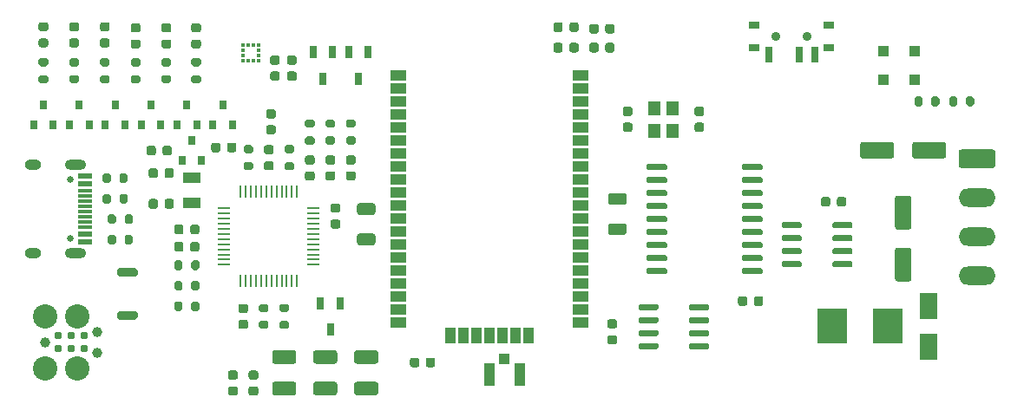
<source format=gbr>
%TF.GenerationSoftware,KiCad,Pcbnew,(5.1.10-1-10_14)*%
%TF.CreationDate,2021-07-19T22:49:48+10:00*%
%TF.ProjectId,samd21_gps_tracker,73616d64-3231-45f6-9770-735f74726163,rev?*%
%TF.SameCoordinates,Original*%
%TF.FileFunction,Soldermask,Bot*%
%TF.FilePolarity,Negative*%
%FSLAX46Y46*%
G04 Gerber Fmt 4.6, Leading zero omitted, Abs format (unit mm)*
G04 Created by KiCad (PCBNEW (5.1.10-1-10_14)) date 2021-07-19 22:49:48*
%MOMM*%
%LPD*%
G01*
G04 APERTURE LIST*
%ADD10R,1.450000X0.600000*%
%ADD11R,1.450000X0.300000*%
%ADD12O,2.100000X1.000000*%
%ADD13C,0.650000*%
%ADD14O,1.600000X1.000000*%
%ADD15R,1.524000X1.016000*%
%ADD16R,1.016000X1.524000*%
%ADD17R,1.050000X1.100000*%
%ADD18R,1.100000X2.250000*%
%ADD19R,1.800000X2.500000*%
%ADD20R,1.100000X1.100000*%
%ADD21C,2.374900*%
%ADD22C,0.990600*%
%ADD23C,0.787400*%
%ADD24O,3.600000X1.800000*%
%ADD25R,2.950000X3.500000*%
%ADD26R,0.800000X0.900000*%
%ADD27R,0.650000X1.220000*%
%ADD28C,0.900000*%
%ADD29R,0.700000X1.500000*%
%ADD30R,1.000000X0.800000*%
%ADD31R,0.250000X1.300000*%
%ADD32R,1.300000X0.250000*%
%ADD33R,0.375000X0.350000*%
%ADD34R,0.350000X0.375000*%
%ADD35R,1.800000X1.000000*%
%ADD36R,1.200000X1.400000*%
G04 APERTURE END LIST*
D10*
%TO.C,J5*%
X145545000Y-53250000D03*
X145545000Y-54050000D03*
X145545000Y-58950000D03*
X145545000Y-59750000D03*
X145545000Y-59750000D03*
X145545000Y-58950000D03*
X145545000Y-54050000D03*
X145545000Y-53250000D03*
D11*
X145545000Y-58250000D03*
X145545000Y-57750000D03*
X145545000Y-57250000D03*
X145545000Y-56250000D03*
X145545000Y-55750000D03*
X145545000Y-55250000D03*
X145545000Y-54750000D03*
X145545000Y-56750000D03*
D12*
X144630000Y-52180000D03*
X144630000Y-60820000D03*
D13*
X144100000Y-59390000D03*
D14*
X140450000Y-60820000D03*
D13*
X144100000Y-53610000D03*
D14*
X140450000Y-52180000D03*
%TD*%
D15*
%TO.C,U5*%
X176110000Y-43435000D03*
X176110000Y-44705000D03*
X176110000Y-45975000D03*
X176110000Y-47245000D03*
X176110000Y-48515000D03*
X176110000Y-49785000D03*
X176110000Y-51055000D03*
X176110000Y-52325000D03*
X176110000Y-53595000D03*
X176110000Y-54865000D03*
X176110000Y-56135000D03*
X176110000Y-57405000D03*
X176110000Y-58675000D03*
X176110000Y-59945000D03*
X176110000Y-61215000D03*
X176110000Y-62485000D03*
X176110000Y-63755000D03*
X176110000Y-65025000D03*
X176110000Y-66295000D03*
X176110000Y-67565000D03*
D16*
X181190000Y-68835000D03*
X182460000Y-68835000D03*
X183730000Y-68835000D03*
X185000000Y-68835000D03*
X186270000Y-68835000D03*
X187540000Y-68835000D03*
X188810000Y-68835000D03*
D15*
X193890000Y-67565000D03*
X193890000Y-66295000D03*
X193890000Y-65025000D03*
X193890000Y-63755000D03*
X193890000Y-62485000D03*
X193890000Y-61215000D03*
X193890000Y-59945000D03*
X193890000Y-58675000D03*
X193890000Y-57405000D03*
X193890000Y-56135000D03*
X193890000Y-54865000D03*
X193890000Y-53595000D03*
X193890000Y-52325000D03*
X193890000Y-51055000D03*
X193890000Y-49785000D03*
X193890000Y-48515000D03*
X193890000Y-47245000D03*
X193890000Y-45975000D03*
X193890000Y-44705000D03*
X193890000Y-43435000D03*
%TD*%
D17*
%TO.C,J3*%
X186500000Y-71150000D03*
D18*
X187975000Y-72700000D03*
X185025000Y-72700000D03*
%TD*%
%TO.C,C1*%
G36*
G01*
X151775000Y-56250000D02*
X151775000Y-55750000D01*
G75*
G02*
X152000000Y-55525000I225000J0D01*
G01*
X152450000Y-55525000D01*
G75*
G02*
X152675000Y-55750000I0J-225000D01*
G01*
X152675000Y-56250000D01*
G75*
G02*
X152450000Y-56475000I-225000J0D01*
G01*
X152000000Y-56475000D01*
G75*
G02*
X151775000Y-56250000I0J225000D01*
G01*
G37*
G36*
G01*
X153325000Y-56250000D02*
X153325000Y-55750000D01*
G75*
G02*
X153550000Y-55525000I225000J0D01*
G01*
X154000000Y-55525000D01*
G75*
G02*
X154225000Y-55750000I0J-225000D01*
G01*
X154225000Y-56250000D01*
G75*
G02*
X154000000Y-56475000I-225000J0D01*
G01*
X153550000Y-56475000D01*
G75*
G02*
X153325000Y-56250000I0J225000D01*
G01*
G37*
%TD*%
%TO.C,C2*%
G36*
G01*
X152675000Y-52750000D02*
X152675000Y-53250000D01*
G75*
G02*
X152450000Y-53475000I-225000J0D01*
G01*
X152000000Y-53475000D01*
G75*
G02*
X151775000Y-53250000I0J225000D01*
G01*
X151775000Y-52750000D01*
G75*
G02*
X152000000Y-52525000I225000J0D01*
G01*
X152450000Y-52525000D01*
G75*
G02*
X152675000Y-52750000I0J-225000D01*
G01*
G37*
G36*
G01*
X154225000Y-52750000D02*
X154225000Y-53250000D01*
G75*
G02*
X154000000Y-53475000I-225000J0D01*
G01*
X153550000Y-53475000D01*
G75*
G02*
X153325000Y-53250000I0J225000D01*
G01*
X153325000Y-52750000D01*
G75*
G02*
X153550000Y-52525000I225000J0D01*
G01*
X154000000Y-52525000D01*
G75*
G02*
X154225000Y-52750000I0J-225000D01*
G01*
G37*
%TD*%
%TO.C,C3*%
G36*
G01*
X155175000Y-58250000D02*
X155175000Y-58750000D01*
G75*
G02*
X154950000Y-58975000I-225000J0D01*
G01*
X154500000Y-58975000D01*
G75*
G02*
X154275000Y-58750000I0J225000D01*
G01*
X154275000Y-58250000D01*
G75*
G02*
X154500000Y-58025000I225000J0D01*
G01*
X154950000Y-58025000D01*
G75*
G02*
X155175000Y-58250000I0J-225000D01*
G01*
G37*
G36*
G01*
X156725000Y-58250000D02*
X156725000Y-58750000D01*
G75*
G02*
X156500000Y-58975000I-225000J0D01*
G01*
X156050000Y-58975000D01*
G75*
G02*
X155825000Y-58750000I0J225000D01*
G01*
X155825000Y-58250000D01*
G75*
G02*
X156050000Y-58025000I225000J0D01*
G01*
X156500000Y-58025000D01*
G75*
G02*
X156725000Y-58250000I0J-225000D01*
G01*
G37*
%TD*%
%TO.C,C4*%
G36*
G01*
X155175000Y-59950000D02*
X155175000Y-60450000D01*
G75*
G02*
X154950000Y-60675000I-225000J0D01*
G01*
X154500000Y-60675000D01*
G75*
G02*
X154275000Y-60450000I0J225000D01*
G01*
X154275000Y-59950000D01*
G75*
G02*
X154500000Y-59725000I225000J0D01*
G01*
X154950000Y-59725000D01*
G75*
G02*
X155175000Y-59950000I0J-225000D01*
G01*
G37*
G36*
G01*
X156725000Y-59950000D02*
X156725000Y-60450000D01*
G75*
G02*
X156500000Y-60675000I-225000J0D01*
G01*
X156050000Y-60675000D01*
G75*
G02*
X155825000Y-60450000I0J225000D01*
G01*
X155825000Y-59950000D01*
G75*
G02*
X156050000Y-59725000I225000J0D01*
G01*
X156500000Y-59725000D01*
G75*
G02*
X156725000Y-59950000I0J-225000D01*
G01*
G37*
%TD*%
%TO.C,C5*%
G36*
G01*
X218275000Y-55550000D02*
X218275000Y-56050000D01*
G75*
G02*
X218050000Y-56275000I-225000J0D01*
G01*
X217600000Y-56275000D01*
G75*
G02*
X217375000Y-56050000I0J225000D01*
G01*
X217375000Y-55550000D01*
G75*
G02*
X217600000Y-55325000I225000J0D01*
G01*
X218050000Y-55325000D01*
G75*
G02*
X218275000Y-55550000I0J-225000D01*
G01*
G37*
G36*
G01*
X219825000Y-55550000D02*
X219825000Y-56050000D01*
G75*
G02*
X219600000Y-56275000I-225000J0D01*
G01*
X219150000Y-56275000D01*
G75*
G02*
X218925000Y-56050000I0J225000D01*
G01*
X218925000Y-55550000D01*
G75*
G02*
X219150000Y-55325000I225000J0D01*
G01*
X219600000Y-55325000D01*
G75*
G02*
X219825000Y-55550000I0J-225000D01*
G01*
G37*
%TD*%
%TO.C,C6*%
G36*
G01*
X224505000Y-50220000D02*
X224505000Y-51320000D01*
G75*
G02*
X224255000Y-51570000I-250000J0D01*
G01*
X221430000Y-51570000D01*
G75*
G02*
X221180000Y-51320000I0J250000D01*
G01*
X221180000Y-50220000D01*
G75*
G02*
X221430000Y-49970000I250000J0D01*
G01*
X224255000Y-49970000D01*
G75*
G02*
X224505000Y-50220000I0J-250000D01*
G01*
G37*
G36*
G01*
X229580000Y-50220000D02*
X229580000Y-51320000D01*
G75*
G02*
X229330000Y-51570000I-250000J0D01*
G01*
X226505000Y-51570000D01*
G75*
G02*
X226255000Y-51320000I0J250000D01*
G01*
X226255000Y-50220000D01*
G75*
G02*
X226505000Y-49970000I250000J0D01*
G01*
X229330000Y-49970000D01*
G75*
G02*
X229580000Y-50220000I0J-250000D01*
G01*
G37*
%TD*%
%TO.C,C7*%
G36*
G01*
X225950000Y-63600000D02*
X224850000Y-63600000D01*
G75*
G02*
X224600000Y-63350000I0J250000D01*
G01*
X224600000Y-60525000D01*
G75*
G02*
X224850000Y-60275000I250000J0D01*
G01*
X225950000Y-60275000D01*
G75*
G02*
X226200000Y-60525000I0J-250000D01*
G01*
X226200000Y-63350000D01*
G75*
G02*
X225950000Y-63600000I-250000J0D01*
G01*
G37*
G36*
G01*
X225950000Y-58525000D02*
X224850000Y-58525000D01*
G75*
G02*
X224600000Y-58275000I0J250000D01*
G01*
X224600000Y-55450000D01*
G75*
G02*
X224850000Y-55200000I250000J0D01*
G01*
X225950000Y-55200000D01*
G75*
G02*
X226200000Y-55450000I0J-250000D01*
G01*
X226200000Y-58275000D01*
G75*
G02*
X225950000Y-58525000I-250000J0D01*
G01*
G37*
%TD*%
%TO.C,C8*%
G36*
G01*
X160750000Y-67325000D02*
X161250000Y-67325000D01*
G75*
G02*
X161475000Y-67550000I0J-225000D01*
G01*
X161475000Y-68000000D01*
G75*
G02*
X161250000Y-68225000I-225000J0D01*
G01*
X160750000Y-68225000D01*
G75*
G02*
X160525000Y-68000000I0J225000D01*
G01*
X160525000Y-67550000D01*
G75*
G02*
X160750000Y-67325000I225000J0D01*
G01*
G37*
G36*
G01*
X160750000Y-65775000D02*
X161250000Y-65775000D01*
G75*
G02*
X161475000Y-66000000I0J-225000D01*
G01*
X161475000Y-66450000D01*
G75*
G02*
X161250000Y-66675000I-225000J0D01*
G01*
X160750000Y-66675000D01*
G75*
G02*
X160525000Y-66450000I0J225000D01*
G01*
X160525000Y-66000000D01*
G75*
G02*
X160750000Y-65775000I225000J0D01*
G01*
G37*
%TD*%
%TO.C,C9*%
G36*
G01*
X163950000Y-49225000D02*
X163450000Y-49225000D01*
G75*
G02*
X163225000Y-49000000I0J225000D01*
G01*
X163225000Y-48550000D01*
G75*
G02*
X163450000Y-48325000I225000J0D01*
G01*
X163950000Y-48325000D01*
G75*
G02*
X164175000Y-48550000I0J-225000D01*
G01*
X164175000Y-49000000D01*
G75*
G02*
X163950000Y-49225000I-225000J0D01*
G01*
G37*
G36*
G01*
X163950000Y-47675000D02*
X163450000Y-47675000D01*
G75*
G02*
X163225000Y-47450000I0J225000D01*
G01*
X163225000Y-47000000D01*
G75*
G02*
X163450000Y-46775000I225000J0D01*
G01*
X163950000Y-46775000D01*
G75*
G02*
X164175000Y-47000000I0J-225000D01*
G01*
X164175000Y-47450000D01*
G75*
G02*
X163950000Y-47675000I-225000J0D01*
G01*
G37*
%TD*%
%TO.C,C10*%
G36*
G01*
X211725000Y-65250000D02*
X211725000Y-65750000D01*
G75*
G02*
X211500000Y-65975000I-225000J0D01*
G01*
X211050000Y-65975000D01*
G75*
G02*
X210825000Y-65750000I0J225000D01*
G01*
X210825000Y-65250000D01*
G75*
G02*
X211050000Y-65025000I225000J0D01*
G01*
X211500000Y-65025000D01*
G75*
G02*
X211725000Y-65250000I0J-225000D01*
G01*
G37*
G36*
G01*
X210175000Y-65250000D02*
X210175000Y-65750000D01*
G75*
G02*
X209950000Y-65975000I-225000J0D01*
G01*
X209500000Y-65975000D01*
G75*
G02*
X209275000Y-65750000I0J225000D01*
G01*
X209275000Y-65250000D01*
G75*
G02*
X209500000Y-65025000I225000J0D01*
G01*
X209950000Y-65025000D01*
G75*
G02*
X210175000Y-65250000I0J-225000D01*
G01*
G37*
%TD*%
%TO.C,C11*%
G36*
G01*
X205250000Y-46525000D02*
X205750000Y-46525000D01*
G75*
G02*
X205975000Y-46750000I0J-225000D01*
G01*
X205975000Y-47200000D01*
G75*
G02*
X205750000Y-47425000I-225000J0D01*
G01*
X205250000Y-47425000D01*
G75*
G02*
X205025000Y-47200000I0J225000D01*
G01*
X205025000Y-46750000D01*
G75*
G02*
X205250000Y-46525000I225000J0D01*
G01*
G37*
G36*
G01*
X205250000Y-48075000D02*
X205750000Y-48075000D01*
G75*
G02*
X205975000Y-48300000I0J-225000D01*
G01*
X205975000Y-48750000D01*
G75*
G02*
X205750000Y-48975000I-225000J0D01*
G01*
X205250000Y-48975000D01*
G75*
G02*
X205025000Y-48750000I0J225000D01*
G01*
X205025000Y-48300000D01*
G75*
G02*
X205250000Y-48075000I225000J0D01*
G01*
G37*
%TD*%
%TO.C,C12*%
G36*
G01*
X198750000Y-48975000D02*
X198250000Y-48975000D01*
G75*
G02*
X198025000Y-48750000I0J225000D01*
G01*
X198025000Y-48300000D01*
G75*
G02*
X198250000Y-48075000I225000J0D01*
G01*
X198750000Y-48075000D01*
G75*
G02*
X198975000Y-48300000I0J-225000D01*
G01*
X198975000Y-48750000D01*
G75*
G02*
X198750000Y-48975000I-225000J0D01*
G01*
G37*
G36*
G01*
X198750000Y-47425000D02*
X198250000Y-47425000D01*
G75*
G02*
X198025000Y-47200000I0J225000D01*
G01*
X198025000Y-46750000D01*
G75*
G02*
X198250000Y-46525000I225000J0D01*
G01*
X198750000Y-46525000D01*
G75*
G02*
X198975000Y-46750000I0J-225000D01*
G01*
X198975000Y-47200000D01*
G75*
G02*
X198750000Y-47425000I-225000J0D01*
G01*
G37*
%TD*%
%TO.C,C13*%
G36*
G01*
X173650001Y-57100000D02*
X172349999Y-57100000D01*
G75*
G02*
X172100000Y-56850001I0J249999D01*
G01*
X172100000Y-56199999D01*
G75*
G02*
X172349999Y-55950000I249999J0D01*
G01*
X173650001Y-55950000D01*
G75*
G02*
X173900000Y-56199999I0J-249999D01*
G01*
X173900000Y-56850001D01*
G75*
G02*
X173650001Y-57100000I-249999J0D01*
G01*
G37*
G36*
G01*
X173650001Y-60050000D02*
X172349999Y-60050000D01*
G75*
G02*
X172100000Y-59800001I0J249999D01*
G01*
X172100000Y-59149999D01*
G75*
G02*
X172349999Y-58900000I249999J0D01*
G01*
X173650001Y-58900000D01*
G75*
G02*
X173900000Y-59149999I0J-249999D01*
G01*
X173900000Y-59800001D01*
G75*
G02*
X173650001Y-60050000I-249999J0D01*
G01*
G37*
%TD*%
%TO.C,C14*%
G36*
G01*
X196325000Y-39150000D02*
X196325000Y-38650000D01*
G75*
G02*
X196550000Y-38425000I225000J0D01*
G01*
X197000000Y-38425000D01*
G75*
G02*
X197225000Y-38650000I0J-225000D01*
G01*
X197225000Y-39150000D01*
G75*
G02*
X197000000Y-39375000I-225000J0D01*
G01*
X196550000Y-39375000D01*
G75*
G02*
X196325000Y-39150000I0J225000D01*
G01*
G37*
G36*
G01*
X194775000Y-39150000D02*
X194775000Y-38650000D01*
G75*
G02*
X195000000Y-38425000I225000J0D01*
G01*
X195450000Y-38425000D01*
G75*
G02*
X195675000Y-38650000I0J-225000D01*
G01*
X195675000Y-39150000D01*
G75*
G02*
X195450000Y-39375000I-225000J0D01*
G01*
X195000000Y-39375000D01*
G75*
G02*
X194775000Y-39150000I0J225000D01*
G01*
G37*
%TD*%
%TO.C,C15*%
G36*
G01*
X193725000Y-38500000D02*
X193725000Y-39000000D01*
G75*
G02*
X193500000Y-39225000I-225000J0D01*
G01*
X193050000Y-39225000D01*
G75*
G02*
X192825000Y-39000000I0J225000D01*
G01*
X192825000Y-38500000D01*
G75*
G02*
X193050000Y-38275000I225000J0D01*
G01*
X193500000Y-38275000D01*
G75*
G02*
X193725000Y-38500000I0J-225000D01*
G01*
G37*
G36*
G01*
X192175000Y-38500000D02*
X192175000Y-39000000D01*
G75*
G02*
X191950000Y-39225000I-225000J0D01*
G01*
X191500000Y-39225000D01*
G75*
G02*
X191275000Y-39000000I0J225000D01*
G01*
X191275000Y-38500000D01*
G75*
G02*
X191500000Y-38275000I225000J0D01*
G01*
X191950000Y-38275000D01*
G75*
G02*
X192175000Y-38500000I0J-225000D01*
G01*
G37*
%TD*%
%TO.C,C16*%
G36*
G01*
X196750000Y-68825000D02*
X197250000Y-68825000D01*
G75*
G02*
X197475000Y-69050000I0J-225000D01*
G01*
X197475000Y-69500000D01*
G75*
G02*
X197250000Y-69725000I-225000J0D01*
G01*
X196750000Y-69725000D01*
G75*
G02*
X196525000Y-69500000I0J225000D01*
G01*
X196525000Y-69050000D01*
G75*
G02*
X196750000Y-68825000I225000J0D01*
G01*
G37*
G36*
G01*
X196750000Y-67275000D02*
X197250000Y-67275000D01*
G75*
G02*
X197475000Y-67500000I0J-225000D01*
G01*
X197475000Y-67950000D01*
G75*
G02*
X197250000Y-68175000I-225000J0D01*
G01*
X196750000Y-68175000D01*
G75*
G02*
X196525000Y-67950000I0J225000D01*
G01*
X196525000Y-67500000D01*
G75*
G02*
X196750000Y-67275000I225000J0D01*
G01*
G37*
%TD*%
%TO.C,C17*%
G36*
G01*
X198150001Y-59050000D02*
X196849999Y-59050000D01*
G75*
G02*
X196600000Y-58800001I0J249999D01*
G01*
X196600000Y-58149999D01*
G75*
G02*
X196849999Y-57900000I249999J0D01*
G01*
X198150001Y-57900000D01*
G75*
G02*
X198400000Y-58149999I0J-249999D01*
G01*
X198400000Y-58800001D01*
G75*
G02*
X198150001Y-59050000I-249999J0D01*
G01*
G37*
G36*
G01*
X198150001Y-56100000D02*
X196849999Y-56100000D01*
G75*
G02*
X196600000Y-55850001I0J249999D01*
G01*
X196600000Y-55199999D01*
G75*
G02*
X196849999Y-54950000I249999J0D01*
G01*
X198150001Y-54950000D01*
G75*
G02*
X198400000Y-55199999I0J-249999D01*
G01*
X198400000Y-55850001D01*
G75*
G02*
X198150001Y-56100000I-249999J0D01*
G01*
G37*
%TD*%
%TO.C,C18*%
G36*
G01*
X196325000Y-41000000D02*
X196325000Y-40500000D01*
G75*
G02*
X196550000Y-40275000I225000J0D01*
G01*
X197000000Y-40275000D01*
G75*
G02*
X197225000Y-40500000I0J-225000D01*
G01*
X197225000Y-41000000D01*
G75*
G02*
X197000000Y-41225000I-225000J0D01*
G01*
X196550000Y-41225000D01*
G75*
G02*
X196325000Y-41000000I0J225000D01*
G01*
G37*
G36*
G01*
X194775000Y-41000000D02*
X194775000Y-40500000D01*
G75*
G02*
X195000000Y-40275000I225000J0D01*
G01*
X195450000Y-40275000D01*
G75*
G02*
X195675000Y-40500000I0J-225000D01*
G01*
X195675000Y-41000000D01*
G75*
G02*
X195450000Y-41225000I-225000J0D01*
G01*
X195000000Y-41225000D01*
G75*
G02*
X194775000Y-41000000I0J225000D01*
G01*
G37*
%TD*%
%TO.C,C19*%
G36*
G01*
X192175000Y-40500000D02*
X192175000Y-41000000D01*
G75*
G02*
X191950000Y-41225000I-225000J0D01*
G01*
X191500000Y-41225000D01*
G75*
G02*
X191275000Y-41000000I0J225000D01*
G01*
X191275000Y-40500000D01*
G75*
G02*
X191500000Y-40275000I225000J0D01*
G01*
X191950000Y-40275000D01*
G75*
G02*
X192175000Y-40500000I0J-225000D01*
G01*
G37*
G36*
G01*
X193725000Y-40500000D02*
X193725000Y-41000000D01*
G75*
G02*
X193500000Y-41225000I-225000J0D01*
G01*
X193050000Y-41225000D01*
G75*
G02*
X192825000Y-41000000I0J225000D01*
G01*
X192825000Y-40500000D01*
G75*
G02*
X193050000Y-40275000I225000J0D01*
G01*
X193500000Y-40275000D01*
G75*
G02*
X193725000Y-40500000I0J-225000D01*
G01*
G37*
%TD*%
%TO.C,C20*%
G36*
G01*
X165500000Y-41525000D02*
X166000000Y-41525000D01*
G75*
G02*
X166225000Y-41750000I0J-225000D01*
G01*
X166225000Y-42200000D01*
G75*
G02*
X166000000Y-42425000I-225000J0D01*
G01*
X165500000Y-42425000D01*
G75*
G02*
X165275000Y-42200000I0J225000D01*
G01*
X165275000Y-41750000D01*
G75*
G02*
X165500000Y-41525000I225000J0D01*
G01*
G37*
G36*
G01*
X165500000Y-43075000D02*
X166000000Y-43075000D01*
G75*
G02*
X166225000Y-43300000I0J-225000D01*
G01*
X166225000Y-43750000D01*
G75*
G02*
X166000000Y-43975000I-225000J0D01*
G01*
X165500000Y-43975000D01*
G75*
G02*
X165275000Y-43750000I0J225000D01*
G01*
X165275000Y-43300000D01*
G75*
G02*
X165500000Y-43075000I225000J0D01*
G01*
G37*
%TD*%
%TO.C,C21*%
G36*
G01*
X163850000Y-43075000D02*
X164350000Y-43075000D01*
G75*
G02*
X164575000Y-43300000I0J-225000D01*
G01*
X164575000Y-43750000D01*
G75*
G02*
X164350000Y-43975000I-225000J0D01*
G01*
X163850000Y-43975000D01*
G75*
G02*
X163625000Y-43750000I0J225000D01*
G01*
X163625000Y-43300000D01*
G75*
G02*
X163850000Y-43075000I225000J0D01*
G01*
G37*
G36*
G01*
X163850000Y-41525000D02*
X164350000Y-41525000D01*
G75*
G02*
X164575000Y-41750000I0J-225000D01*
G01*
X164575000Y-42200000D01*
G75*
G02*
X164350000Y-42425000I-225000J0D01*
G01*
X163850000Y-42425000D01*
G75*
G02*
X163625000Y-42200000I0J225000D01*
G01*
X163625000Y-41750000D01*
G75*
G02*
X163850000Y-41525000I225000J0D01*
G01*
G37*
%TD*%
%TO.C,C22*%
G36*
G01*
X171250000Y-51275000D02*
X171750000Y-51275000D01*
G75*
G02*
X171975000Y-51500000I0J-225000D01*
G01*
X171975000Y-51950000D01*
G75*
G02*
X171750000Y-52175000I-225000J0D01*
G01*
X171250000Y-52175000D01*
G75*
G02*
X171025000Y-51950000I0J225000D01*
G01*
X171025000Y-51500000D01*
G75*
G02*
X171250000Y-51275000I225000J0D01*
G01*
G37*
G36*
G01*
X171250000Y-52825000D02*
X171750000Y-52825000D01*
G75*
G02*
X171975000Y-53050000I0J-225000D01*
G01*
X171975000Y-53500000D01*
G75*
G02*
X171750000Y-53725000I-225000J0D01*
G01*
X171250000Y-53725000D01*
G75*
G02*
X171025000Y-53500000I0J225000D01*
G01*
X171025000Y-53050000D01*
G75*
G02*
X171250000Y-52825000I225000J0D01*
G01*
G37*
%TD*%
%TO.C,C23*%
G36*
G01*
X169250000Y-51275000D02*
X169750000Y-51275000D01*
G75*
G02*
X169975000Y-51500000I0J-225000D01*
G01*
X169975000Y-51950000D01*
G75*
G02*
X169750000Y-52175000I-225000J0D01*
G01*
X169250000Y-52175000D01*
G75*
G02*
X169025000Y-51950000I0J225000D01*
G01*
X169025000Y-51500000D01*
G75*
G02*
X169250000Y-51275000I225000J0D01*
G01*
G37*
G36*
G01*
X169250000Y-52825000D02*
X169750000Y-52825000D01*
G75*
G02*
X169975000Y-53050000I0J-225000D01*
G01*
X169975000Y-53500000D01*
G75*
G02*
X169750000Y-53725000I-225000J0D01*
G01*
X169250000Y-53725000D01*
G75*
G02*
X169025000Y-53500000I0J225000D01*
G01*
X169025000Y-53050000D01*
G75*
G02*
X169250000Y-52825000I225000J0D01*
G01*
G37*
%TD*%
%TO.C,C24*%
G36*
G01*
X167250000Y-51275000D02*
X167750000Y-51275000D01*
G75*
G02*
X167975000Y-51500000I0J-225000D01*
G01*
X167975000Y-51950000D01*
G75*
G02*
X167750000Y-52175000I-225000J0D01*
G01*
X167250000Y-52175000D01*
G75*
G02*
X167025000Y-51950000I0J225000D01*
G01*
X167025000Y-51500000D01*
G75*
G02*
X167250000Y-51275000I225000J0D01*
G01*
G37*
G36*
G01*
X167250000Y-52825000D02*
X167750000Y-52825000D01*
G75*
G02*
X167975000Y-53050000I0J-225000D01*
G01*
X167975000Y-53500000D01*
G75*
G02*
X167750000Y-53725000I-225000J0D01*
G01*
X167250000Y-53725000D01*
G75*
G02*
X167025000Y-53500000I0J225000D01*
G01*
X167025000Y-53050000D01*
G75*
G02*
X167250000Y-52825000I225000J0D01*
G01*
G37*
%TD*%
%TO.C,C25*%
G36*
G01*
X177275000Y-71750000D02*
X177275000Y-71250000D01*
G75*
G02*
X177500000Y-71025000I225000J0D01*
G01*
X177950000Y-71025000D01*
G75*
G02*
X178175000Y-71250000I0J-225000D01*
G01*
X178175000Y-71750000D01*
G75*
G02*
X177950000Y-71975000I-225000J0D01*
G01*
X177500000Y-71975000D01*
G75*
G02*
X177275000Y-71750000I0J225000D01*
G01*
G37*
G36*
G01*
X178825000Y-71750000D02*
X178825000Y-71250000D01*
G75*
G02*
X179050000Y-71025000I225000J0D01*
G01*
X179500000Y-71025000D01*
G75*
G02*
X179725000Y-71250000I0J-225000D01*
G01*
X179725000Y-71750000D01*
G75*
G02*
X179500000Y-71975000I-225000J0D01*
G01*
X179050000Y-71975000D01*
G75*
G02*
X178825000Y-71750000I0J225000D01*
G01*
G37*
%TD*%
%TO.C,C26*%
G36*
G01*
X159750000Y-72275000D02*
X160250000Y-72275000D01*
G75*
G02*
X160475000Y-72500000I0J-225000D01*
G01*
X160475000Y-72950000D01*
G75*
G02*
X160250000Y-73175000I-225000J0D01*
G01*
X159750000Y-73175000D01*
G75*
G02*
X159525000Y-72950000I0J225000D01*
G01*
X159525000Y-72500000D01*
G75*
G02*
X159750000Y-72275000I225000J0D01*
G01*
G37*
G36*
G01*
X159750000Y-73825000D02*
X160250000Y-73825000D01*
G75*
G02*
X160475000Y-74050000I0J-225000D01*
G01*
X160475000Y-74500000D01*
G75*
G02*
X160250000Y-74725000I-225000J0D01*
G01*
X159750000Y-74725000D01*
G75*
G02*
X159525000Y-74500000I0J225000D01*
G01*
X159525000Y-74050000D01*
G75*
G02*
X159750000Y-73825000I225000J0D01*
G01*
G37*
%TD*%
%TO.C,C27*%
G36*
G01*
X161750000Y-73825000D02*
X162250000Y-73825000D01*
G75*
G02*
X162475000Y-74050000I0J-225000D01*
G01*
X162475000Y-74500000D01*
G75*
G02*
X162250000Y-74725000I-225000J0D01*
G01*
X161750000Y-74725000D01*
G75*
G02*
X161525000Y-74500000I0J225000D01*
G01*
X161525000Y-74050000D01*
G75*
G02*
X161750000Y-73825000I225000J0D01*
G01*
G37*
G36*
G01*
X161750000Y-72275000D02*
X162250000Y-72275000D01*
G75*
G02*
X162475000Y-72500000I0J-225000D01*
G01*
X162475000Y-72950000D01*
G75*
G02*
X162250000Y-73175000I-225000J0D01*
G01*
X161750000Y-73175000D01*
G75*
G02*
X161525000Y-72950000I0J225000D01*
G01*
X161525000Y-72500000D01*
G75*
G02*
X161750000Y-72275000I225000J0D01*
G01*
G37*
%TD*%
%TO.C,C28*%
G36*
G01*
X164074998Y-70300000D02*
X165925002Y-70300000D01*
G75*
G02*
X166175000Y-70549998I0J-249998D01*
G01*
X166175000Y-71375002D01*
G75*
G02*
X165925002Y-71625000I-249998J0D01*
G01*
X164074998Y-71625000D01*
G75*
G02*
X163825000Y-71375002I0J249998D01*
G01*
X163825000Y-70549998D01*
G75*
G02*
X164074998Y-70300000I249998J0D01*
G01*
G37*
G36*
G01*
X164074998Y-73375000D02*
X165925002Y-73375000D01*
G75*
G02*
X166175000Y-73624998I0J-249998D01*
G01*
X166175000Y-74450002D01*
G75*
G02*
X165925002Y-74700000I-249998J0D01*
G01*
X164074998Y-74700000D01*
G75*
G02*
X163825000Y-74450002I0J249998D01*
G01*
X163825000Y-73624998D01*
G75*
G02*
X164074998Y-73375000I249998J0D01*
G01*
G37*
%TD*%
%TO.C,C29*%
G36*
G01*
X168074998Y-73375000D02*
X169925002Y-73375000D01*
G75*
G02*
X170175000Y-73624998I0J-249998D01*
G01*
X170175000Y-74450002D01*
G75*
G02*
X169925002Y-74700000I-249998J0D01*
G01*
X168074998Y-74700000D01*
G75*
G02*
X167825000Y-74450002I0J249998D01*
G01*
X167825000Y-73624998D01*
G75*
G02*
X168074998Y-73375000I249998J0D01*
G01*
G37*
G36*
G01*
X168074998Y-70300000D02*
X169925002Y-70300000D01*
G75*
G02*
X170175000Y-70549998I0J-249998D01*
G01*
X170175000Y-71375002D01*
G75*
G02*
X169925002Y-71625000I-249998J0D01*
G01*
X168074998Y-71625000D01*
G75*
G02*
X167825000Y-71375002I0J249998D01*
G01*
X167825000Y-70549998D01*
G75*
G02*
X168074998Y-70300000I249998J0D01*
G01*
G37*
%TD*%
%TO.C,C30*%
G36*
G01*
X172074998Y-70300000D02*
X173925002Y-70300000D01*
G75*
G02*
X174175000Y-70549998I0J-249998D01*
G01*
X174175000Y-71375002D01*
G75*
G02*
X173925002Y-71625000I-249998J0D01*
G01*
X172074998Y-71625000D01*
G75*
G02*
X171825000Y-71375002I0J249998D01*
G01*
X171825000Y-70549998D01*
G75*
G02*
X172074998Y-70300000I249998J0D01*
G01*
G37*
G36*
G01*
X172074998Y-73375000D02*
X173925002Y-73375000D01*
G75*
G02*
X174175000Y-73624998I0J-249998D01*
G01*
X174175000Y-74450002D01*
G75*
G02*
X173925002Y-74700000I-249998J0D01*
G01*
X172074998Y-74700000D01*
G75*
G02*
X171825000Y-74450002I0J249998D01*
G01*
X171825000Y-73624998D01*
G75*
G02*
X172074998Y-73375000I249998J0D01*
G01*
G37*
%TD*%
%TO.C,D1*%
G36*
G01*
X141756250Y-40725000D02*
X141243750Y-40725000D01*
G75*
G02*
X141025000Y-40506250I0J218750D01*
G01*
X141025000Y-40068750D01*
G75*
G02*
X141243750Y-39850000I218750J0D01*
G01*
X141756250Y-39850000D01*
G75*
G02*
X141975000Y-40068750I0J-218750D01*
G01*
X141975000Y-40506250D01*
G75*
G02*
X141756250Y-40725000I-218750J0D01*
G01*
G37*
G36*
G01*
X141756250Y-39150000D02*
X141243750Y-39150000D01*
G75*
G02*
X141025000Y-38931250I0J218750D01*
G01*
X141025000Y-38493750D01*
G75*
G02*
X141243750Y-38275000I218750J0D01*
G01*
X141756250Y-38275000D01*
G75*
G02*
X141975000Y-38493750I0J-218750D01*
G01*
X141975000Y-38931250D01*
G75*
G02*
X141756250Y-39150000I-218750J0D01*
G01*
G37*
%TD*%
%TO.C,D2*%
G36*
G01*
X144756250Y-40725000D02*
X144243750Y-40725000D01*
G75*
G02*
X144025000Y-40506250I0J218750D01*
G01*
X144025000Y-40068750D01*
G75*
G02*
X144243750Y-39850000I218750J0D01*
G01*
X144756250Y-39850000D01*
G75*
G02*
X144975000Y-40068750I0J-218750D01*
G01*
X144975000Y-40506250D01*
G75*
G02*
X144756250Y-40725000I-218750J0D01*
G01*
G37*
G36*
G01*
X144756250Y-39150000D02*
X144243750Y-39150000D01*
G75*
G02*
X144025000Y-38931250I0J218750D01*
G01*
X144025000Y-38493750D01*
G75*
G02*
X144243750Y-38275000I218750J0D01*
G01*
X144756250Y-38275000D01*
G75*
G02*
X144975000Y-38493750I0J-218750D01*
G01*
X144975000Y-38931250D01*
G75*
G02*
X144756250Y-39150000I-218750J0D01*
G01*
G37*
%TD*%
D19*
%TO.C,D3*%
X227900000Y-70000000D03*
X227900000Y-66000000D03*
%TD*%
%TO.C,D4*%
G36*
G01*
X147756250Y-39150000D02*
X147243750Y-39150000D01*
G75*
G02*
X147025000Y-38931250I0J218750D01*
G01*
X147025000Y-38493750D01*
G75*
G02*
X147243750Y-38275000I218750J0D01*
G01*
X147756250Y-38275000D01*
G75*
G02*
X147975000Y-38493750I0J-218750D01*
G01*
X147975000Y-38931250D01*
G75*
G02*
X147756250Y-39150000I-218750J0D01*
G01*
G37*
G36*
G01*
X147756250Y-40725000D02*
X147243750Y-40725000D01*
G75*
G02*
X147025000Y-40506250I0J218750D01*
G01*
X147025000Y-40068750D01*
G75*
G02*
X147243750Y-39850000I218750J0D01*
G01*
X147756250Y-39850000D01*
G75*
G02*
X147975000Y-40068750I0J-218750D01*
G01*
X147975000Y-40506250D01*
G75*
G02*
X147756250Y-40725000I-218750J0D01*
G01*
G37*
%TD*%
%TO.C,D5*%
G36*
G01*
X150756250Y-40825000D02*
X150243750Y-40825000D01*
G75*
G02*
X150025000Y-40606250I0J218750D01*
G01*
X150025000Y-40168750D01*
G75*
G02*
X150243750Y-39950000I218750J0D01*
G01*
X150756250Y-39950000D01*
G75*
G02*
X150975000Y-40168750I0J-218750D01*
G01*
X150975000Y-40606250D01*
G75*
G02*
X150756250Y-40825000I-218750J0D01*
G01*
G37*
G36*
G01*
X150756250Y-39250000D02*
X150243750Y-39250000D01*
G75*
G02*
X150025000Y-39031250I0J218750D01*
G01*
X150025000Y-38593750D01*
G75*
G02*
X150243750Y-38375000I218750J0D01*
G01*
X150756250Y-38375000D01*
G75*
G02*
X150975000Y-38593750I0J-218750D01*
G01*
X150975000Y-39031250D01*
G75*
G02*
X150756250Y-39250000I-218750J0D01*
G01*
G37*
%TD*%
%TO.C,D6*%
G36*
G01*
X153756250Y-39250000D02*
X153243750Y-39250000D01*
G75*
G02*
X153025000Y-39031250I0J218750D01*
G01*
X153025000Y-38593750D01*
G75*
G02*
X153243750Y-38375000I218750J0D01*
G01*
X153756250Y-38375000D01*
G75*
G02*
X153975000Y-38593750I0J-218750D01*
G01*
X153975000Y-39031250D01*
G75*
G02*
X153756250Y-39250000I-218750J0D01*
G01*
G37*
G36*
G01*
X153756250Y-40825000D02*
X153243750Y-40825000D01*
G75*
G02*
X153025000Y-40606250I0J218750D01*
G01*
X153025000Y-40168750D01*
G75*
G02*
X153243750Y-39950000I218750J0D01*
G01*
X153756250Y-39950000D01*
G75*
G02*
X153975000Y-40168750I0J-218750D01*
G01*
X153975000Y-40606250D01*
G75*
G02*
X153756250Y-40825000I-218750J0D01*
G01*
G37*
%TD*%
D20*
%TO.C,D7*%
X226500000Y-41100000D03*
X226500000Y-43900000D03*
%TD*%
%TO.C,D8*%
X223500000Y-43900000D03*
X223500000Y-41100000D03*
%TD*%
%TO.C,FB1*%
G36*
G01*
X163756250Y-52725000D02*
X163243750Y-52725000D01*
G75*
G02*
X163025000Y-52506250I0J218750D01*
G01*
X163025000Y-52068750D01*
G75*
G02*
X163243750Y-51850000I218750J0D01*
G01*
X163756250Y-51850000D01*
G75*
G02*
X163975000Y-52068750I0J-218750D01*
G01*
X163975000Y-52506250D01*
G75*
G02*
X163756250Y-52725000I-218750J0D01*
G01*
G37*
G36*
G01*
X163756250Y-51150000D02*
X163243750Y-51150000D01*
G75*
G02*
X163025000Y-50931250I0J218750D01*
G01*
X163025000Y-50493750D01*
G75*
G02*
X163243750Y-50275000I218750J0D01*
G01*
X163756250Y-50275000D01*
G75*
G02*
X163975000Y-50493750I0J-218750D01*
G01*
X163975000Y-50931250D01*
G75*
G02*
X163756250Y-51150000I-218750J0D01*
G01*
G37*
%TD*%
D21*
%TO.C,J1*%
X141660000Y-66960000D03*
X141660000Y-72040000D03*
X144835000Y-72040000D03*
X144835000Y-66960000D03*
D22*
X146740000Y-70516000D03*
X146740000Y-68484000D03*
X141660000Y-69500000D03*
D23*
X142930000Y-68865000D03*
X142930000Y-70135000D03*
X144200000Y-68865000D03*
X144200000Y-70135000D03*
X145470000Y-68865000D03*
X145470000Y-70135000D03*
%TD*%
%TO.C,J2*%
G36*
G01*
X231050000Y-50700000D02*
X234150000Y-50700000D01*
G75*
G02*
X234400000Y-50950000I0J-250000D01*
G01*
X234400000Y-52250000D01*
G75*
G02*
X234150000Y-52500000I-250000J0D01*
G01*
X231050000Y-52500000D01*
G75*
G02*
X230800000Y-52250000I0J250000D01*
G01*
X230800000Y-50950000D01*
G75*
G02*
X231050000Y-50700000I250000J0D01*
G01*
G37*
D24*
X232600000Y-55410000D03*
X232600000Y-59220000D03*
X232600000Y-63030000D03*
%TD*%
D25*
%TO.C,L1*%
X218475000Y-67900000D03*
X223925000Y-67900000D03*
%TD*%
D26*
%TO.C,Q1*%
X142450000Y-48300000D03*
X140550000Y-48300000D03*
X141500000Y-46300000D03*
%TD*%
%TO.C,Q2*%
X145950000Y-48300000D03*
X144050000Y-48300000D03*
X145000000Y-46300000D03*
%TD*%
%TO.C,Q3*%
X148500000Y-46300000D03*
X147550000Y-48300000D03*
X149450000Y-48300000D03*
%TD*%
%TO.C,Q4*%
X152950000Y-48300000D03*
X151050000Y-48300000D03*
X152000000Y-46300000D03*
%TD*%
%TO.C,Q5*%
X155500000Y-46300000D03*
X154550000Y-48300000D03*
X156450000Y-48300000D03*
%TD*%
D27*
%TO.C,Q6*%
X172250000Y-43810000D03*
X173200000Y-41190000D03*
X171300000Y-41190000D03*
%TD*%
%TO.C,Q7*%
X167800000Y-41190000D03*
X169700000Y-41190000D03*
X168750000Y-43810000D03*
%TD*%
%TO.C,Q8*%
X168550000Y-65690000D03*
X170450000Y-65690000D03*
X169500000Y-68310000D03*
%TD*%
%TO.C,R1*%
G36*
G01*
X165275000Y-66575000D02*
X164725000Y-66575000D01*
G75*
G02*
X164525000Y-66375000I0J200000D01*
G01*
X164525000Y-65975000D01*
G75*
G02*
X164725000Y-65775000I200000J0D01*
G01*
X165275000Y-65775000D01*
G75*
G02*
X165475000Y-65975000I0J-200000D01*
G01*
X165475000Y-66375000D01*
G75*
G02*
X165275000Y-66575000I-200000J0D01*
G01*
G37*
G36*
G01*
X165275000Y-68225000D02*
X164725000Y-68225000D01*
G75*
G02*
X164525000Y-68025000I0J200000D01*
G01*
X164525000Y-67625000D01*
G75*
G02*
X164725000Y-67425000I200000J0D01*
G01*
X165275000Y-67425000D01*
G75*
G02*
X165475000Y-67625000I0J-200000D01*
G01*
X165475000Y-68025000D01*
G75*
G02*
X165275000Y-68225000I-200000J0D01*
G01*
G37*
%TD*%
%TO.C,R2*%
G36*
G01*
X163275000Y-68225000D02*
X162725000Y-68225000D01*
G75*
G02*
X162525000Y-68025000I0J200000D01*
G01*
X162525000Y-67625000D01*
G75*
G02*
X162725000Y-67425000I200000J0D01*
G01*
X163275000Y-67425000D01*
G75*
G02*
X163475000Y-67625000I0J-200000D01*
G01*
X163475000Y-68025000D01*
G75*
G02*
X163275000Y-68225000I-200000J0D01*
G01*
G37*
G36*
G01*
X163275000Y-66575000D02*
X162725000Y-66575000D01*
G75*
G02*
X162525000Y-66375000I0J200000D01*
G01*
X162525000Y-65975000D01*
G75*
G02*
X162725000Y-65775000I200000J0D01*
G01*
X163275000Y-65775000D01*
G75*
G02*
X163475000Y-65975000I0J-200000D01*
G01*
X163475000Y-66375000D01*
G75*
G02*
X163275000Y-66575000I-200000J0D01*
G01*
G37*
%TD*%
%TO.C,R3*%
G36*
G01*
X156725000Y-65725000D02*
X156725000Y-66275000D01*
G75*
G02*
X156525000Y-66475000I-200000J0D01*
G01*
X156125000Y-66475000D01*
G75*
G02*
X155925000Y-66275000I0J200000D01*
G01*
X155925000Y-65725000D01*
G75*
G02*
X156125000Y-65525000I200000J0D01*
G01*
X156525000Y-65525000D01*
G75*
G02*
X156725000Y-65725000I0J-200000D01*
G01*
G37*
G36*
G01*
X155075000Y-65725000D02*
X155075000Y-66275000D01*
G75*
G02*
X154875000Y-66475000I-200000J0D01*
G01*
X154475000Y-66475000D01*
G75*
G02*
X154275000Y-66275000I0J200000D01*
G01*
X154275000Y-65725000D01*
G75*
G02*
X154475000Y-65525000I200000J0D01*
G01*
X154875000Y-65525000D01*
G75*
G02*
X155075000Y-65725000I0J-200000D01*
G01*
G37*
%TD*%
%TO.C,R4*%
G36*
G01*
X141225000Y-43425000D02*
X141775000Y-43425000D01*
G75*
G02*
X141975000Y-43625000I0J-200000D01*
G01*
X141975000Y-44025000D01*
G75*
G02*
X141775000Y-44225000I-200000J0D01*
G01*
X141225000Y-44225000D01*
G75*
G02*
X141025000Y-44025000I0J200000D01*
G01*
X141025000Y-43625000D01*
G75*
G02*
X141225000Y-43425000I200000J0D01*
G01*
G37*
G36*
G01*
X141225000Y-41775000D02*
X141775000Y-41775000D01*
G75*
G02*
X141975000Y-41975000I0J-200000D01*
G01*
X141975000Y-42375000D01*
G75*
G02*
X141775000Y-42575000I-200000J0D01*
G01*
X141225000Y-42575000D01*
G75*
G02*
X141025000Y-42375000I0J200000D01*
G01*
X141025000Y-41975000D01*
G75*
G02*
X141225000Y-41775000I200000J0D01*
G01*
G37*
%TD*%
%TO.C,R5*%
G36*
G01*
X144225000Y-43425000D02*
X144775000Y-43425000D01*
G75*
G02*
X144975000Y-43625000I0J-200000D01*
G01*
X144975000Y-44025000D01*
G75*
G02*
X144775000Y-44225000I-200000J0D01*
G01*
X144225000Y-44225000D01*
G75*
G02*
X144025000Y-44025000I0J200000D01*
G01*
X144025000Y-43625000D01*
G75*
G02*
X144225000Y-43425000I200000J0D01*
G01*
G37*
G36*
G01*
X144225000Y-41775000D02*
X144775000Y-41775000D01*
G75*
G02*
X144975000Y-41975000I0J-200000D01*
G01*
X144975000Y-42375000D01*
G75*
G02*
X144775000Y-42575000I-200000J0D01*
G01*
X144225000Y-42575000D01*
G75*
G02*
X144025000Y-42375000I0J200000D01*
G01*
X144025000Y-41975000D01*
G75*
G02*
X144225000Y-41775000I200000J0D01*
G01*
G37*
%TD*%
%TO.C,R6*%
G36*
G01*
X154275000Y-64275000D02*
X154275000Y-63725000D01*
G75*
G02*
X154475000Y-63525000I200000J0D01*
G01*
X154875000Y-63525000D01*
G75*
G02*
X155075000Y-63725000I0J-200000D01*
G01*
X155075000Y-64275000D01*
G75*
G02*
X154875000Y-64475000I-200000J0D01*
G01*
X154475000Y-64475000D01*
G75*
G02*
X154275000Y-64275000I0J200000D01*
G01*
G37*
G36*
G01*
X155925000Y-64275000D02*
X155925000Y-63725000D01*
G75*
G02*
X156125000Y-63525000I200000J0D01*
G01*
X156525000Y-63525000D01*
G75*
G02*
X156725000Y-63725000I0J-200000D01*
G01*
X156725000Y-64275000D01*
G75*
G02*
X156525000Y-64475000I-200000J0D01*
G01*
X156125000Y-64475000D01*
G75*
G02*
X155925000Y-64275000I0J200000D01*
G01*
G37*
%TD*%
%TO.C,R7*%
G36*
G01*
X155925000Y-62275000D02*
X155925000Y-61725000D01*
G75*
G02*
X156125000Y-61525000I200000J0D01*
G01*
X156525000Y-61525000D01*
G75*
G02*
X156725000Y-61725000I0J-200000D01*
G01*
X156725000Y-62275000D01*
G75*
G02*
X156525000Y-62475000I-200000J0D01*
G01*
X156125000Y-62475000D01*
G75*
G02*
X155925000Y-62275000I0J200000D01*
G01*
G37*
G36*
G01*
X154275000Y-62275000D02*
X154275000Y-61725000D01*
G75*
G02*
X154475000Y-61525000I200000J0D01*
G01*
X154875000Y-61525000D01*
G75*
G02*
X155075000Y-61725000I0J-200000D01*
G01*
X155075000Y-62275000D01*
G75*
G02*
X154875000Y-62475000I-200000J0D01*
G01*
X154475000Y-62475000D01*
G75*
G02*
X154275000Y-62275000I0J200000D01*
G01*
G37*
%TD*%
%TO.C,R8*%
G36*
G01*
X147225000Y-41775000D02*
X147775000Y-41775000D01*
G75*
G02*
X147975000Y-41975000I0J-200000D01*
G01*
X147975000Y-42375000D01*
G75*
G02*
X147775000Y-42575000I-200000J0D01*
G01*
X147225000Y-42575000D01*
G75*
G02*
X147025000Y-42375000I0J200000D01*
G01*
X147025000Y-41975000D01*
G75*
G02*
X147225000Y-41775000I200000J0D01*
G01*
G37*
G36*
G01*
X147225000Y-43425000D02*
X147775000Y-43425000D01*
G75*
G02*
X147975000Y-43625000I0J-200000D01*
G01*
X147975000Y-44025000D01*
G75*
G02*
X147775000Y-44225000I-200000J0D01*
G01*
X147225000Y-44225000D01*
G75*
G02*
X147025000Y-44025000I0J200000D01*
G01*
X147025000Y-43625000D01*
G75*
G02*
X147225000Y-43425000I200000J0D01*
G01*
G37*
%TD*%
%TO.C,R9*%
G36*
G01*
X150225000Y-43425000D02*
X150775000Y-43425000D01*
G75*
G02*
X150975000Y-43625000I0J-200000D01*
G01*
X150975000Y-44025000D01*
G75*
G02*
X150775000Y-44225000I-200000J0D01*
G01*
X150225000Y-44225000D01*
G75*
G02*
X150025000Y-44025000I0J200000D01*
G01*
X150025000Y-43625000D01*
G75*
G02*
X150225000Y-43425000I200000J0D01*
G01*
G37*
G36*
G01*
X150225000Y-41775000D02*
X150775000Y-41775000D01*
G75*
G02*
X150975000Y-41975000I0J-200000D01*
G01*
X150975000Y-42375000D01*
G75*
G02*
X150775000Y-42575000I-200000J0D01*
G01*
X150225000Y-42575000D01*
G75*
G02*
X150025000Y-42375000I0J200000D01*
G01*
X150025000Y-41975000D01*
G75*
G02*
X150225000Y-41775000I200000J0D01*
G01*
G37*
%TD*%
%TO.C,R10*%
G36*
G01*
X153225000Y-41775000D02*
X153775000Y-41775000D01*
G75*
G02*
X153975000Y-41975000I0J-200000D01*
G01*
X153975000Y-42375000D01*
G75*
G02*
X153775000Y-42575000I-200000J0D01*
G01*
X153225000Y-42575000D01*
G75*
G02*
X153025000Y-42375000I0J200000D01*
G01*
X153025000Y-41975000D01*
G75*
G02*
X153225000Y-41775000I200000J0D01*
G01*
G37*
G36*
G01*
X153225000Y-43425000D02*
X153775000Y-43425000D01*
G75*
G02*
X153975000Y-43625000I0J-200000D01*
G01*
X153975000Y-44025000D01*
G75*
G02*
X153775000Y-44225000I-200000J0D01*
G01*
X153225000Y-44225000D01*
G75*
G02*
X153025000Y-44025000I0J200000D01*
G01*
X153025000Y-43625000D01*
G75*
G02*
X153225000Y-43425000I200000J0D01*
G01*
G37*
%TD*%
%TO.C,R11*%
G36*
G01*
X161225000Y-51925000D02*
X161775000Y-51925000D01*
G75*
G02*
X161975000Y-52125000I0J-200000D01*
G01*
X161975000Y-52525000D01*
G75*
G02*
X161775000Y-52725000I-200000J0D01*
G01*
X161225000Y-52725000D01*
G75*
G02*
X161025000Y-52525000I0J200000D01*
G01*
X161025000Y-52125000D01*
G75*
G02*
X161225000Y-51925000I200000J0D01*
G01*
G37*
G36*
G01*
X161225000Y-50275000D02*
X161775000Y-50275000D01*
G75*
G02*
X161975000Y-50475000I0J-200000D01*
G01*
X161975000Y-50875000D01*
G75*
G02*
X161775000Y-51075000I-200000J0D01*
G01*
X161225000Y-51075000D01*
G75*
G02*
X161025000Y-50875000I0J200000D01*
G01*
X161025000Y-50475000D01*
G75*
G02*
X161225000Y-50275000I200000J0D01*
G01*
G37*
%TD*%
%TO.C,R12*%
G36*
G01*
X165225000Y-50275000D02*
X165775000Y-50275000D01*
G75*
G02*
X165975000Y-50475000I0J-200000D01*
G01*
X165975000Y-50875000D01*
G75*
G02*
X165775000Y-51075000I-200000J0D01*
G01*
X165225000Y-51075000D01*
G75*
G02*
X165025000Y-50875000I0J200000D01*
G01*
X165025000Y-50475000D01*
G75*
G02*
X165225000Y-50275000I200000J0D01*
G01*
G37*
G36*
G01*
X165225000Y-51925000D02*
X165775000Y-51925000D01*
G75*
G02*
X165975000Y-52125000I0J-200000D01*
G01*
X165975000Y-52525000D01*
G75*
G02*
X165775000Y-52725000I-200000J0D01*
G01*
X165225000Y-52725000D01*
G75*
G02*
X165025000Y-52525000I0J200000D01*
G01*
X165025000Y-52125000D01*
G75*
G02*
X165225000Y-51925000I200000J0D01*
G01*
G37*
%TD*%
%TO.C,R13*%
G36*
G01*
X171775000Y-50225000D02*
X171225000Y-50225000D01*
G75*
G02*
X171025000Y-50025000I0J200000D01*
G01*
X171025000Y-49625000D01*
G75*
G02*
X171225000Y-49425000I200000J0D01*
G01*
X171775000Y-49425000D01*
G75*
G02*
X171975000Y-49625000I0J-200000D01*
G01*
X171975000Y-50025000D01*
G75*
G02*
X171775000Y-50225000I-200000J0D01*
G01*
G37*
G36*
G01*
X171775000Y-48575000D02*
X171225000Y-48575000D01*
G75*
G02*
X171025000Y-48375000I0J200000D01*
G01*
X171025000Y-47975000D01*
G75*
G02*
X171225000Y-47775000I200000J0D01*
G01*
X171775000Y-47775000D01*
G75*
G02*
X171975000Y-47975000I0J-200000D01*
G01*
X171975000Y-48375000D01*
G75*
G02*
X171775000Y-48575000I-200000J0D01*
G01*
G37*
%TD*%
%TO.C,R14*%
G36*
G01*
X169775000Y-48575000D02*
X169225000Y-48575000D01*
G75*
G02*
X169025000Y-48375000I0J200000D01*
G01*
X169025000Y-47975000D01*
G75*
G02*
X169225000Y-47775000I200000J0D01*
G01*
X169775000Y-47775000D01*
G75*
G02*
X169975000Y-47975000I0J-200000D01*
G01*
X169975000Y-48375000D01*
G75*
G02*
X169775000Y-48575000I-200000J0D01*
G01*
G37*
G36*
G01*
X169775000Y-50225000D02*
X169225000Y-50225000D01*
G75*
G02*
X169025000Y-50025000I0J200000D01*
G01*
X169025000Y-49625000D01*
G75*
G02*
X169225000Y-49425000I200000J0D01*
G01*
X169775000Y-49425000D01*
G75*
G02*
X169975000Y-49625000I0J-200000D01*
G01*
X169975000Y-50025000D01*
G75*
G02*
X169775000Y-50225000I-200000J0D01*
G01*
G37*
%TD*%
%TO.C,R15*%
G36*
G01*
X167775000Y-50225000D02*
X167225000Y-50225000D01*
G75*
G02*
X167025000Y-50025000I0J200000D01*
G01*
X167025000Y-49625000D01*
G75*
G02*
X167225000Y-49425000I200000J0D01*
G01*
X167775000Y-49425000D01*
G75*
G02*
X167975000Y-49625000I0J-200000D01*
G01*
X167975000Y-50025000D01*
G75*
G02*
X167775000Y-50225000I-200000J0D01*
G01*
G37*
G36*
G01*
X167775000Y-48575000D02*
X167225000Y-48575000D01*
G75*
G02*
X167025000Y-48375000I0J200000D01*
G01*
X167025000Y-47975000D01*
G75*
G02*
X167225000Y-47775000I200000J0D01*
G01*
X167775000Y-47775000D01*
G75*
G02*
X167975000Y-47975000I0J-200000D01*
G01*
X167975000Y-48375000D01*
G75*
G02*
X167775000Y-48575000I-200000J0D01*
G01*
G37*
%TD*%
%TO.C,R16*%
G36*
G01*
X147775000Y-59775000D02*
X147775000Y-59225000D01*
G75*
G02*
X147975000Y-59025000I200000J0D01*
G01*
X148375000Y-59025000D01*
G75*
G02*
X148575000Y-59225000I0J-200000D01*
G01*
X148575000Y-59775000D01*
G75*
G02*
X148375000Y-59975000I-200000J0D01*
G01*
X147975000Y-59975000D01*
G75*
G02*
X147775000Y-59775000I0J200000D01*
G01*
G37*
G36*
G01*
X149425000Y-59775000D02*
X149425000Y-59225000D01*
G75*
G02*
X149625000Y-59025000I200000J0D01*
G01*
X150025000Y-59025000D01*
G75*
G02*
X150225000Y-59225000I0J-200000D01*
G01*
X150225000Y-59775000D01*
G75*
G02*
X150025000Y-59975000I-200000J0D01*
G01*
X149625000Y-59975000D01*
G75*
G02*
X149425000Y-59775000I0J200000D01*
G01*
G37*
%TD*%
%TO.C,R17*%
G36*
G01*
X148925000Y-53775000D02*
X148925000Y-53225000D01*
G75*
G02*
X149125000Y-53025000I200000J0D01*
G01*
X149525000Y-53025000D01*
G75*
G02*
X149725000Y-53225000I0J-200000D01*
G01*
X149725000Y-53775000D01*
G75*
G02*
X149525000Y-53975000I-200000J0D01*
G01*
X149125000Y-53975000D01*
G75*
G02*
X148925000Y-53775000I0J200000D01*
G01*
G37*
G36*
G01*
X147275000Y-53775000D02*
X147275000Y-53225000D01*
G75*
G02*
X147475000Y-53025000I200000J0D01*
G01*
X147875000Y-53025000D01*
G75*
G02*
X148075000Y-53225000I0J-200000D01*
G01*
X148075000Y-53775000D01*
G75*
G02*
X147875000Y-53975000I-200000J0D01*
G01*
X147475000Y-53975000D01*
G75*
G02*
X147275000Y-53775000I0J200000D01*
G01*
G37*
%TD*%
%TO.C,R18*%
G36*
G01*
X148925000Y-55775000D02*
X148925000Y-55225000D01*
G75*
G02*
X149125000Y-55025000I200000J0D01*
G01*
X149525000Y-55025000D01*
G75*
G02*
X149725000Y-55225000I0J-200000D01*
G01*
X149725000Y-55775000D01*
G75*
G02*
X149525000Y-55975000I-200000J0D01*
G01*
X149125000Y-55975000D01*
G75*
G02*
X148925000Y-55775000I0J200000D01*
G01*
G37*
G36*
G01*
X147275000Y-55775000D02*
X147275000Y-55225000D01*
G75*
G02*
X147475000Y-55025000I200000J0D01*
G01*
X147875000Y-55025000D01*
G75*
G02*
X148075000Y-55225000I0J-200000D01*
G01*
X148075000Y-55775000D01*
G75*
G02*
X147875000Y-55975000I-200000J0D01*
G01*
X147475000Y-55975000D01*
G75*
G02*
X147275000Y-55775000I0J200000D01*
G01*
G37*
%TD*%
%TO.C,R19*%
G36*
G01*
X147775000Y-57775000D02*
X147775000Y-57225000D01*
G75*
G02*
X147975000Y-57025000I200000J0D01*
G01*
X148375000Y-57025000D01*
G75*
G02*
X148575000Y-57225000I0J-200000D01*
G01*
X148575000Y-57775000D01*
G75*
G02*
X148375000Y-57975000I-200000J0D01*
G01*
X147975000Y-57975000D01*
G75*
G02*
X147775000Y-57775000I0J200000D01*
G01*
G37*
G36*
G01*
X149425000Y-57775000D02*
X149425000Y-57225000D01*
G75*
G02*
X149625000Y-57025000I200000J0D01*
G01*
X150025000Y-57025000D01*
G75*
G02*
X150225000Y-57225000I0J-200000D01*
G01*
X150225000Y-57775000D01*
G75*
G02*
X150025000Y-57975000I-200000J0D01*
G01*
X149625000Y-57975000D01*
G75*
G02*
X149425000Y-57775000I0J200000D01*
G01*
G37*
%TD*%
%TO.C,SW1*%
G36*
G01*
X150500000Y-63100000D02*
X148900000Y-63100000D01*
G75*
G02*
X148700000Y-62900000I0J200000D01*
G01*
X148700000Y-62500000D01*
G75*
G02*
X148900000Y-62300000I200000J0D01*
G01*
X150500000Y-62300000D01*
G75*
G02*
X150700000Y-62500000I0J-200000D01*
G01*
X150700000Y-62900000D01*
G75*
G02*
X150500000Y-63100000I-200000J0D01*
G01*
G37*
G36*
G01*
X150500000Y-67300000D02*
X148900000Y-67300000D01*
G75*
G02*
X148700000Y-67100000I0J200000D01*
G01*
X148700000Y-66700000D01*
G75*
G02*
X148900000Y-66500000I200000J0D01*
G01*
X150500000Y-66500000D01*
G75*
G02*
X150700000Y-66700000I0J-200000D01*
G01*
X150700000Y-67100000D01*
G75*
G02*
X150500000Y-67300000I-200000J0D01*
G01*
G37*
%TD*%
D28*
%TO.C,SW2*%
X213000000Y-39670000D03*
X216000000Y-39670000D03*
D29*
X212250000Y-41430000D03*
X215250000Y-41430000D03*
X216750000Y-41430000D03*
D30*
X210850000Y-38570000D03*
X218150000Y-38570000D03*
X218150000Y-40780000D03*
X210850000Y-40780000D03*
%TD*%
%TO.C,U1*%
G36*
G01*
X220450000Y-57945000D02*
X220450000Y-58245000D01*
G75*
G02*
X220300000Y-58395000I-150000J0D01*
G01*
X218650000Y-58395000D01*
G75*
G02*
X218500000Y-58245000I0J150000D01*
G01*
X218500000Y-57945000D01*
G75*
G02*
X218650000Y-57795000I150000J0D01*
G01*
X220300000Y-57795000D01*
G75*
G02*
X220450000Y-57945000I0J-150000D01*
G01*
G37*
G36*
G01*
X220450000Y-59215000D02*
X220450000Y-59515000D01*
G75*
G02*
X220300000Y-59665000I-150000J0D01*
G01*
X218650000Y-59665000D01*
G75*
G02*
X218500000Y-59515000I0J150000D01*
G01*
X218500000Y-59215000D01*
G75*
G02*
X218650000Y-59065000I150000J0D01*
G01*
X220300000Y-59065000D01*
G75*
G02*
X220450000Y-59215000I0J-150000D01*
G01*
G37*
G36*
G01*
X220450000Y-60485000D02*
X220450000Y-60785000D01*
G75*
G02*
X220300000Y-60935000I-150000J0D01*
G01*
X218650000Y-60935000D01*
G75*
G02*
X218500000Y-60785000I0J150000D01*
G01*
X218500000Y-60485000D01*
G75*
G02*
X218650000Y-60335000I150000J0D01*
G01*
X220300000Y-60335000D01*
G75*
G02*
X220450000Y-60485000I0J-150000D01*
G01*
G37*
G36*
G01*
X220450000Y-61755000D02*
X220450000Y-62055000D01*
G75*
G02*
X220300000Y-62205000I-150000J0D01*
G01*
X218650000Y-62205000D01*
G75*
G02*
X218500000Y-62055000I0J150000D01*
G01*
X218500000Y-61755000D01*
G75*
G02*
X218650000Y-61605000I150000J0D01*
G01*
X220300000Y-61605000D01*
G75*
G02*
X220450000Y-61755000I0J-150000D01*
G01*
G37*
G36*
G01*
X215500000Y-61755000D02*
X215500000Y-62055000D01*
G75*
G02*
X215350000Y-62205000I-150000J0D01*
G01*
X213700000Y-62205000D01*
G75*
G02*
X213550000Y-62055000I0J150000D01*
G01*
X213550000Y-61755000D01*
G75*
G02*
X213700000Y-61605000I150000J0D01*
G01*
X215350000Y-61605000D01*
G75*
G02*
X215500000Y-61755000I0J-150000D01*
G01*
G37*
G36*
G01*
X215500000Y-60485000D02*
X215500000Y-60785000D01*
G75*
G02*
X215350000Y-60935000I-150000J0D01*
G01*
X213700000Y-60935000D01*
G75*
G02*
X213550000Y-60785000I0J150000D01*
G01*
X213550000Y-60485000D01*
G75*
G02*
X213700000Y-60335000I150000J0D01*
G01*
X215350000Y-60335000D01*
G75*
G02*
X215500000Y-60485000I0J-150000D01*
G01*
G37*
G36*
G01*
X215500000Y-59215000D02*
X215500000Y-59515000D01*
G75*
G02*
X215350000Y-59665000I-150000J0D01*
G01*
X213700000Y-59665000D01*
G75*
G02*
X213550000Y-59515000I0J150000D01*
G01*
X213550000Y-59215000D01*
G75*
G02*
X213700000Y-59065000I150000J0D01*
G01*
X215350000Y-59065000D01*
G75*
G02*
X215500000Y-59215000I0J-150000D01*
G01*
G37*
G36*
G01*
X215500000Y-57945000D02*
X215500000Y-58245000D01*
G75*
G02*
X215350000Y-58395000I-150000J0D01*
G01*
X213700000Y-58395000D01*
G75*
G02*
X213550000Y-58245000I0J150000D01*
G01*
X213550000Y-57945000D01*
G75*
G02*
X213700000Y-57795000I150000J0D01*
G01*
X215350000Y-57795000D01*
G75*
G02*
X215500000Y-57945000I0J-150000D01*
G01*
G37*
%TD*%
D31*
%TO.C,U2*%
X160750000Y-54850000D03*
X161250000Y-54850000D03*
X161750000Y-54850000D03*
X162250000Y-54850000D03*
X162750000Y-54850000D03*
X163250000Y-54850000D03*
X163750000Y-54850000D03*
X164250000Y-54850000D03*
X164750000Y-54850000D03*
X165250000Y-54850000D03*
X165750000Y-54850000D03*
X166250000Y-54850000D03*
D32*
X167850000Y-56450000D03*
X167850000Y-56950000D03*
X167850000Y-57450000D03*
X167850000Y-57950000D03*
X167850000Y-58450000D03*
X167850000Y-58950000D03*
X167850000Y-59450000D03*
X167850000Y-59950000D03*
X167850000Y-60450000D03*
X167850000Y-60950000D03*
X167850000Y-61450000D03*
X167850000Y-61950000D03*
D31*
X166250000Y-63550000D03*
X165750000Y-63550000D03*
X165250000Y-63550000D03*
X164750000Y-63550000D03*
X164250000Y-63550000D03*
X163750000Y-63550000D03*
X163250000Y-63550000D03*
X162750000Y-63550000D03*
X162250000Y-63550000D03*
X161750000Y-63550000D03*
X161250000Y-63550000D03*
X160750000Y-63550000D03*
D32*
X159150000Y-61950000D03*
X159150000Y-61450000D03*
X159150000Y-60950000D03*
X159150000Y-60450000D03*
X159150000Y-59950000D03*
X159150000Y-59450000D03*
X159150000Y-58950000D03*
X159150000Y-58450000D03*
X159150000Y-57950000D03*
X159150000Y-57450000D03*
X159150000Y-56950000D03*
X159150000Y-56450000D03*
%TD*%
%TO.C,U3*%
G36*
G01*
X200325000Y-62730000D02*
X200325000Y-62430000D01*
G75*
G02*
X200475000Y-62280000I150000J0D01*
G01*
X202225000Y-62280000D01*
G75*
G02*
X202375000Y-62430000I0J-150000D01*
G01*
X202375000Y-62730000D01*
G75*
G02*
X202225000Y-62880000I-150000J0D01*
G01*
X200475000Y-62880000D01*
G75*
G02*
X200325000Y-62730000I0J150000D01*
G01*
G37*
G36*
G01*
X200325000Y-61460000D02*
X200325000Y-61160000D01*
G75*
G02*
X200475000Y-61010000I150000J0D01*
G01*
X202225000Y-61010000D01*
G75*
G02*
X202375000Y-61160000I0J-150000D01*
G01*
X202375000Y-61460000D01*
G75*
G02*
X202225000Y-61610000I-150000J0D01*
G01*
X200475000Y-61610000D01*
G75*
G02*
X200325000Y-61460000I0J150000D01*
G01*
G37*
G36*
G01*
X200325000Y-60190000D02*
X200325000Y-59890000D01*
G75*
G02*
X200475000Y-59740000I150000J0D01*
G01*
X202225000Y-59740000D01*
G75*
G02*
X202375000Y-59890000I0J-150000D01*
G01*
X202375000Y-60190000D01*
G75*
G02*
X202225000Y-60340000I-150000J0D01*
G01*
X200475000Y-60340000D01*
G75*
G02*
X200325000Y-60190000I0J150000D01*
G01*
G37*
G36*
G01*
X200325000Y-58920000D02*
X200325000Y-58620000D01*
G75*
G02*
X200475000Y-58470000I150000J0D01*
G01*
X202225000Y-58470000D01*
G75*
G02*
X202375000Y-58620000I0J-150000D01*
G01*
X202375000Y-58920000D01*
G75*
G02*
X202225000Y-59070000I-150000J0D01*
G01*
X200475000Y-59070000D01*
G75*
G02*
X200325000Y-58920000I0J150000D01*
G01*
G37*
G36*
G01*
X200325000Y-57650000D02*
X200325000Y-57350000D01*
G75*
G02*
X200475000Y-57200000I150000J0D01*
G01*
X202225000Y-57200000D01*
G75*
G02*
X202375000Y-57350000I0J-150000D01*
G01*
X202375000Y-57650000D01*
G75*
G02*
X202225000Y-57800000I-150000J0D01*
G01*
X200475000Y-57800000D01*
G75*
G02*
X200325000Y-57650000I0J150000D01*
G01*
G37*
G36*
G01*
X200325000Y-56380000D02*
X200325000Y-56080000D01*
G75*
G02*
X200475000Y-55930000I150000J0D01*
G01*
X202225000Y-55930000D01*
G75*
G02*
X202375000Y-56080000I0J-150000D01*
G01*
X202375000Y-56380000D01*
G75*
G02*
X202225000Y-56530000I-150000J0D01*
G01*
X200475000Y-56530000D01*
G75*
G02*
X200325000Y-56380000I0J150000D01*
G01*
G37*
G36*
G01*
X200325000Y-55110000D02*
X200325000Y-54810000D01*
G75*
G02*
X200475000Y-54660000I150000J0D01*
G01*
X202225000Y-54660000D01*
G75*
G02*
X202375000Y-54810000I0J-150000D01*
G01*
X202375000Y-55110000D01*
G75*
G02*
X202225000Y-55260000I-150000J0D01*
G01*
X200475000Y-55260000D01*
G75*
G02*
X200325000Y-55110000I0J150000D01*
G01*
G37*
G36*
G01*
X200325000Y-53840000D02*
X200325000Y-53540000D01*
G75*
G02*
X200475000Y-53390000I150000J0D01*
G01*
X202225000Y-53390000D01*
G75*
G02*
X202375000Y-53540000I0J-150000D01*
G01*
X202375000Y-53840000D01*
G75*
G02*
X202225000Y-53990000I-150000J0D01*
G01*
X200475000Y-53990000D01*
G75*
G02*
X200325000Y-53840000I0J150000D01*
G01*
G37*
G36*
G01*
X200325000Y-52570000D02*
X200325000Y-52270000D01*
G75*
G02*
X200475000Y-52120000I150000J0D01*
G01*
X202225000Y-52120000D01*
G75*
G02*
X202375000Y-52270000I0J-150000D01*
G01*
X202375000Y-52570000D01*
G75*
G02*
X202225000Y-52720000I-150000J0D01*
G01*
X200475000Y-52720000D01*
G75*
G02*
X200325000Y-52570000I0J150000D01*
G01*
G37*
G36*
G01*
X209625000Y-52570000D02*
X209625000Y-52270000D01*
G75*
G02*
X209775000Y-52120000I150000J0D01*
G01*
X211525000Y-52120000D01*
G75*
G02*
X211675000Y-52270000I0J-150000D01*
G01*
X211675000Y-52570000D01*
G75*
G02*
X211525000Y-52720000I-150000J0D01*
G01*
X209775000Y-52720000D01*
G75*
G02*
X209625000Y-52570000I0J150000D01*
G01*
G37*
G36*
G01*
X209625000Y-53840000D02*
X209625000Y-53540000D01*
G75*
G02*
X209775000Y-53390000I150000J0D01*
G01*
X211525000Y-53390000D01*
G75*
G02*
X211675000Y-53540000I0J-150000D01*
G01*
X211675000Y-53840000D01*
G75*
G02*
X211525000Y-53990000I-150000J0D01*
G01*
X209775000Y-53990000D01*
G75*
G02*
X209625000Y-53840000I0J150000D01*
G01*
G37*
G36*
G01*
X209625000Y-55110000D02*
X209625000Y-54810000D01*
G75*
G02*
X209775000Y-54660000I150000J0D01*
G01*
X211525000Y-54660000D01*
G75*
G02*
X211675000Y-54810000I0J-150000D01*
G01*
X211675000Y-55110000D01*
G75*
G02*
X211525000Y-55260000I-150000J0D01*
G01*
X209775000Y-55260000D01*
G75*
G02*
X209625000Y-55110000I0J150000D01*
G01*
G37*
G36*
G01*
X209625000Y-56380000D02*
X209625000Y-56080000D01*
G75*
G02*
X209775000Y-55930000I150000J0D01*
G01*
X211525000Y-55930000D01*
G75*
G02*
X211675000Y-56080000I0J-150000D01*
G01*
X211675000Y-56380000D01*
G75*
G02*
X211525000Y-56530000I-150000J0D01*
G01*
X209775000Y-56530000D01*
G75*
G02*
X209625000Y-56380000I0J150000D01*
G01*
G37*
G36*
G01*
X209625000Y-57650000D02*
X209625000Y-57350000D01*
G75*
G02*
X209775000Y-57200000I150000J0D01*
G01*
X211525000Y-57200000D01*
G75*
G02*
X211675000Y-57350000I0J-150000D01*
G01*
X211675000Y-57650000D01*
G75*
G02*
X211525000Y-57800000I-150000J0D01*
G01*
X209775000Y-57800000D01*
G75*
G02*
X209625000Y-57650000I0J150000D01*
G01*
G37*
G36*
G01*
X209625000Y-58920000D02*
X209625000Y-58620000D01*
G75*
G02*
X209775000Y-58470000I150000J0D01*
G01*
X211525000Y-58470000D01*
G75*
G02*
X211675000Y-58620000I0J-150000D01*
G01*
X211675000Y-58920000D01*
G75*
G02*
X211525000Y-59070000I-150000J0D01*
G01*
X209775000Y-59070000D01*
G75*
G02*
X209625000Y-58920000I0J150000D01*
G01*
G37*
G36*
G01*
X209625000Y-60190000D02*
X209625000Y-59890000D01*
G75*
G02*
X209775000Y-59740000I150000J0D01*
G01*
X211525000Y-59740000D01*
G75*
G02*
X211675000Y-59890000I0J-150000D01*
G01*
X211675000Y-60190000D01*
G75*
G02*
X211525000Y-60340000I-150000J0D01*
G01*
X209775000Y-60340000D01*
G75*
G02*
X209625000Y-60190000I0J150000D01*
G01*
G37*
G36*
G01*
X209625000Y-61460000D02*
X209625000Y-61160000D01*
G75*
G02*
X209775000Y-61010000I150000J0D01*
G01*
X211525000Y-61010000D01*
G75*
G02*
X211675000Y-61160000I0J-150000D01*
G01*
X211675000Y-61460000D01*
G75*
G02*
X211525000Y-61610000I-150000J0D01*
G01*
X209775000Y-61610000D01*
G75*
G02*
X209625000Y-61460000I0J150000D01*
G01*
G37*
G36*
G01*
X209625000Y-62730000D02*
X209625000Y-62430000D01*
G75*
G02*
X209775000Y-62280000I150000J0D01*
G01*
X211525000Y-62280000D01*
G75*
G02*
X211675000Y-62430000I0J-150000D01*
G01*
X211675000Y-62730000D01*
G75*
G02*
X211525000Y-62880000I-150000J0D01*
G01*
X209775000Y-62880000D01*
G75*
G02*
X209625000Y-62730000I0J150000D01*
G01*
G37*
%TD*%
%TO.C,U6*%
G36*
G01*
X204500000Y-70055000D02*
X204500000Y-69755000D01*
G75*
G02*
X204650000Y-69605000I150000J0D01*
G01*
X206300000Y-69605000D01*
G75*
G02*
X206450000Y-69755000I0J-150000D01*
G01*
X206450000Y-70055000D01*
G75*
G02*
X206300000Y-70205000I-150000J0D01*
G01*
X204650000Y-70205000D01*
G75*
G02*
X204500000Y-70055000I0J150000D01*
G01*
G37*
G36*
G01*
X204500000Y-68785000D02*
X204500000Y-68485000D01*
G75*
G02*
X204650000Y-68335000I150000J0D01*
G01*
X206300000Y-68335000D01*
G75*
G02*
X206450000Y-68485000I0J-150000D01*
G01*
X206450000Y-68785000D01*
G75*
G02*
X206300000Y-68935000I-150000J0D01*
G01*
X204650000Y-68935000D01*
G75*
G02*
X204500000Y-68785000I0J150000D01*
G01*
G37*
G36*
G01*
X204500000Y-67515000D02*
X204500000Y-67215000D01*
G75*
G02*
X204650000Y-67065000I150000J0D01*
G01*
X206300000Y-67065000D01*
G75*
G02*
X206450000Y-67215000I0J-150000D01*
G01*
X206450000Y-67515000D01*
G75*
G02*
X206300000Y-67665000I-150000J0D01*
G01*
X204650000Y-67665000D01*
G75*
G02*
X204500000Y-67515000I0J150000D01*
G01*
G37*
G36*
G01*
X204500000Y-66245000D02*
X204500000Y-65945000D01*
G75*
G02*
X204650000Y-65795000I150000J0D01*
G01*
X206300000Y-65795000D01*
G75*
G02*
X206450000Y-65945000I0J-150000D01*
G01*
X206450000Y-66245000D01*
G75*
G02*
X206300000Y-66395000I-150000J0D01*
G01*
X204650000Y-66395000D01*
G75*
G02*
X204500000Y-66245000I0J150000D01*
G01*
G37*
G36*
G01*
X199550000Y-66245000D02*
X199550000Y-65945000D01*
G75*
G02*
X199700000Y-65795000I150000J0D01*
G01*
X201350000Y-65795000D01*
G75*
G02*
X201500000Y-65945000I0J-150000D01*
G01*
X201500000Y-66245000D01*
G75*
G02*
X201350000Y-66395000I-150000J0D01*
G01*
X199700000Y-66395000D01*
G75*
G02*
X199550000Y-66245000I0J150000D01*
G01*
G37*
G36*
G01*
X199550000Y-67515000D02*
X199550000Y-67215000D01*
G75*
G02*
X199700000Y-67065000I150000J0D01*
G01*
X201350000Y-67065000D01*
G75*
G02*
X201500000Y-67215000I0J-150000D01*
G01*
X201500000Y-67515000D01*
G75*
G02*
X201350000Y-67665000I-150000J0D01*
G01*
X199700000Y-67665000D01*
G75*
G02*
X199550000Y-67515000I0J150000D01*
G01*
G37*
G36*
G01*
X199550000Y-68785000D02*
X199550000Y-68485000D01*
G75*
G02*
X199700000Y-68335000I150000J0D01*
G01*
X201350000Y-68335000D01*
G75*
G02*
X201500000Y-68485000I0J-150000D01*
G01*
X201500000Y-68785000D01*
G75*
G02*
X201350000Y-68935000I-150000J0D01*
G01*
X199700000Y-68935000D01*
G75*
G02*
X199550000Y-68785000I0J150000D01*
G01*
G37*
G36*
G01*
X199550000Y-70055000D02*
X199550000Y-69755000D01*
G75*
G02*
X199700000Y-69605000I150000J0D01*
G01*
X201350000Y-69605000D01*
G75*
G02*
X201500000Y-69755000I0J-150000D01*
G01*
X201500000Y-70055000D01*
G75*
G02*
X201350000Y-70205000I-150000J0D01*
G01*
X199700000Y-70205000D01*
G75*
G02*
X199550000Y-70055000I0J150000D01*
G01*
G37*
%TD*%
D33*
%TO.C,U7*%
X160987500Y-41500000D03*
X160987500Y-41000000D03*
X162512500Y-41500000D03*
X162512500Y-41000000D03*
X160987500Y-40500000D03*
X162512500Y-40500000D03*
X160987500Y-42000000D03*
X162512500Y-42000000D03*
D34*
X161500000Y-40487500D03*
X162000000Y-40487500D03*
X162000000Y-42012500D03*
X161500000Y-42012500D03*
%TD*%
D35*
%TO.C,Y1*%
X156000000Y-53450000D03*
X156000000Y-55950000D03*
%TD*%
D36*
%TO.C,Y2*%
X201150000Y-48850000D03*
X201150000Y-46650000D03*
X202850000Y-46650000D03*
X202850000Y-48850000D03*
%TD*%
%TO.C,D9*%
G36*
G01*
X156656250Y-40825000D02*
X156143750Y-40825000D01*
G75*
G02*
X155925000Y-40606250I0J218750D01*
G01*
X155925000Y-40168750D01*
G75*
G02*
X156143750Y-39950000I218750J0D01*
G01*
X156656250Y-39950000D01*
G75*
G02*
X156875000Y-40168750I0J-218750D01*
G01*
X156875000Y-40606250D01*
G75*
G02*
X156656250Y-40825000I-218750J0D01*
G01*
G37*
G36*
G01*
X156656250Y-39250000D02*
X156143750Y-39250000D01*
G75*
G02*
X155925000Y-39031250I0J218750D01*
G01*
X155925000Y-38593750D01*
G75*
G02*
X156143750Y-38375000I218750J0D01*
G01*
X156656250Y-38375000D01*
G75*
G02*
X156875000Y-38593750I0J-218750D01*
G01*
X156875000Y-39031250D01*
G75*
G02*
X156656250Y-39250000I-218750J0D01*
G01*
G37*
%TD*%
D26*
%TO.C,Q9*%
X159950000Y-48300000D03*
X158050000Y-48300000D03*
X159000000Y-46300000D03*
%TD*%
%TO.C,R20*%
G36*
G01*
X156125000Y-41775000D02*
X156675000Y-41775000D01*
G75*
G02*
X156875000Y-41975000I0J-200000D01*
G01*
X156875000Y-42375000D01*
G75*
G02*
X156675000Y-42575000I-200000J0D01*
G01*
X156125000Y-42575000D01*
G75*
G02*
X155925000Y-42375000I0J200000D01*
G01*
X155925000Y-41975000D01*
G75*
G02*
X156125000Y-41775000I200000J0D01*
G01*
G37*
G36*
G01*
X156125000Y-43425000D02*
X156675000Y-43425000D01*
G75*
G02*
X156875000Y-43625000I0J-200000D01*
G01*
X156875000Y-44025000D01*
G75*
G02*
X156675000Y-44225000I-200000J0D01*
G01*
X156125000Y-44225000D01*
G75*
G02*
X155925000Y-44025000I0J200000D01*
G01*
X155925000Y-43625000D01*
G75*
G02*
X156125000Y-43425000I200000J0D01*
G01*
G37*
%TD*%
%TO.C,C31*%
G36*
G01*
X170250000Y-58425000D02*
X169750000Y-58425000D01*
G75*
G02*
X169525000Y-58200000I0J225000D01*
G01*
X169525000Y-57750000D01*
G75*
G02*
X169750000Y-57525000I225000J0D01*
G01*
X170250000Y-57525000D01*
G75*
G02*
X170475000Y-57750000I0J-225000D01*
G01*
X170475000Y-58200000D01*
G75*
G02*
X170250000Y-58425000I-225000J0D01*
G01*
G37*
G36*
G01*
X170250000Y-56875000D02*
X169750000Y-56875000D01*
G75*
G02*
X169525000Y-56650000I0J225000D01*
G01*
X169525000Y-56200000D01*
G75*
G02*
X169750000Y-55975000I225000J0D01*
G01*
X170250000Y-55975000D01*
G75*
G02*
X170475000Y-56200000I0J-225000D01*
G01*
X170475000Y-56650000D01*
G75*
G02*
X170250000Y-56875000I-225000J0D01*
G01*
G37*
%TD*%
%TO.C,R21*%
G36*
G01*
X228125000Y-46275000D02*
X228125000Y-45725000D01*
G75*
G02*
X228325000Y-45525000I200000J0D01*
G01*
X228725000Y-45525000D01*
G75*
G02*
X228925000Y-45725000I0J-200000D01*
G01*
X228925000Y-46275000D01*
G75*
G02*
X228725000Y-46475000I-200000J0D01*
G01*
X228325000Y-46475000D01*
G75*
G02*
X228125000Y-46275000I0J200000D01*
G01*
G37*
G36*
G01*
X226475000Y-46275000D02*
X226475000Y-45725000D01*
G75*
G02*
X226675000Y-45525000I200000J0D01*
G01*
X227075000Y-45525000D01*
G75*
G02*
X227275000Y-45725000I0J-200000D01*
G01*
X227275000Y-46275000D01*
G75*
G02*
X227075000Y-46475000I-200000J0D01*
G01*
X226675000Y-46475000D01*
G75*
G02*
X226475000Y-46275000I0J200000D01*
G01*
G37*
%TD*%
%TO.C,R22*%
G36*
G01*
X229875000Y-46275000D02*
X229875000Y-45725000D01*
G75*
G02*
X230075000Y-45525000I200000J0D01*
G01*
X230475000Y-45525000D01*
G75*
G02*
X230675000Y-45725000I0J-200000D01*
G01*
X230675000Y-46275000D01*
G75*
G02*
X230475000Y-46475000I-200000J0D01*
G01*
X230075000Y-46475000D01*
G75*
G02*
X229875000Y-46275000I0J200000D01*
G01*
G37*
G36*
G01*
X231525000Y-46275000D02*
X231525000Y-45725000D01*
G75*
G02*
X231725000Y-45525000I200000J0D01*
G01*
X232125000Y-45525000D01*
G75*
G02*
X232325000Y-45725000I0J-200000D01*
G01*
X232325000Y-46275000D01*
G75*
G02*
X232125000Y-46475000I-200000J0D01*
G01*
X231725000Y-46475000D01*
G75*
G02*
X231525000Y-46275000I0J200000D01*
G01*
G37*
%TD*%
%TO.C,C32*%
G36*
G01*
X157875000Y-50750000D02*
X157875000Y-50250000D01*
G75*
G02*
X158100000Y-50025000I225000J0D01*
G01*
X158550000Y-50025000D01*
G75*
G02*
X158775000Y-50250000I0J-225000D01*
G01*
X158775000Y-50750000D01*
G75*
G02*
X158550000Y-50975000I-225000J0D01*
G01*
X158100000Y-50975000D01*
G75*
G02*
X157875000Y-50750000I0J225000D01*
G01*
G37*
G36*
G01*
X159425000Y-50750000D02*
X159425000Y-50250000D01*
G75*
G02*
X159650000Y-50025000I225000J0D01*
G01*
X160100000Y-50025000D01*
G75*
G02*
X160325000Y-50250000I0J-225000D01*
G01*
X160325000Y-50750000D01*
G75*
G02*
X160100000Y-50975000I-225000J0D01*
G01*
X159650000Y-50975000D01*
G75*
G02*
X159425000Y-50750000I0J225000D01*
G01*
G37*
%TD*%
%TO.C,C33*%
G36*
G01*
X153125000Y-51050000D02*
X153125000Y-50550000D01*
G75*
G02*
X153350000Y-50325000I225000J0D01*
G01*
X153800000Y-50325000D01*
G75*
G02*
X154025000Y-50550000I0J-225000D01*
G01*
X154025000Y-51050000D01*
G75*
G02*
X153800000Y-51275000I-225000J0D01*
G01*
X153350000Y-51275000D01*
G75*
G02*
X153125000Y-51050000I0J225000D01*
G01*
G37*
G36*
G01*
X151575000Y-51050000D02*
X151575000Y-50550000D01*
G75*
G02*
X151800000Y-50325000I225000J0D01*
G01*
X152250000Y-50325000D01*
G75*
G02*
X152475000Y-50550000I0J-225000D01*
G01*
X152475000Y-51050000D01*
G75*
G02*
X152250000Y-51275000I-225000J0D01*
G01*
X151800000Y-51275000D01*
G75*
G02*
X151575000Y-51050000I0J225000D01*
G01*
G37*
%TD*%
%TO.C,U9*%
X156950000Y-51800000D03*
X155050000Y-51800000D03*
X156000000Y-49800000D03*
%TD*%
M02*

</source>
